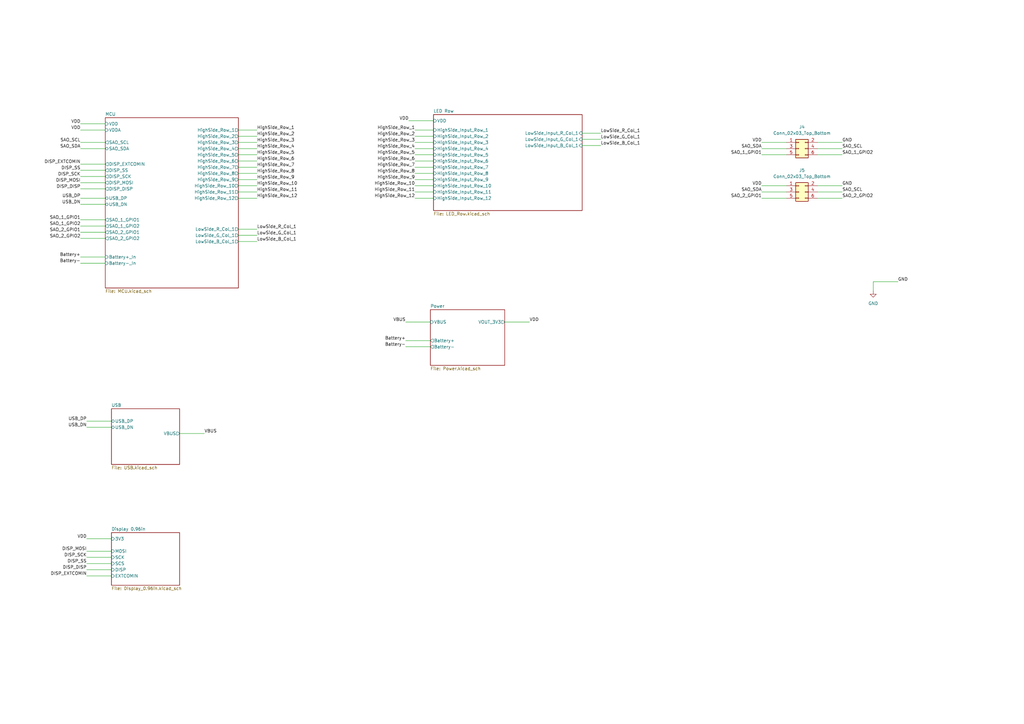
<source format=kicad_sch>
(kicad_sch (version 20230121) (generator eeschema)
  (paper "A3")
  (title_block (title "KiCad 2023 Asia Badge") (date "2023-10-15") (rev "2.1") (company "Beijing Exponential Deep Space") (comment 1 "Licensed under CC By 4.0 http://creativecommons.org/licenses/by/4.0/") (comment 2 "Designed by Yang Hongbo"))
  (lib_symbols
    (symbol "Connector_Generic:Conn_02x03_Odd_Even" (pin_names (offset 1.016) hide)
      (property "Reference" "J" (at 1.27 5.08 0))
      (property "Value" "Conn_02x03_Odd_Even" (at 1.27 -5.08 0))
      (symbol "Conn_02x03_Odd_Even_1_1"
        (rectangle (start -1.27 -2.413) (end 0 -2.667) (stroke (width 0.1524)))
        (rectangle (start -1.27 0.127) (end 0 -0.127) (stroke (width 0.1524)))
        (rectangle (start -1.27 2.667) (end 0 2.413) (stroke (width 0.1524)))
        (rectangle (start -1.27 3.81) (end 3.81 -3.81) (stroke (width 0.254)) (fill (type background)))
        (rectangle (start 3.81 -2.413) (end 2.54 -2.667) (stroke (width 0.1524)))
        (rectangle (start 3.81 0.127) (end 2.54 -0.127) (stroke (width 0.1524)))
        (rectangle (start 3.81 2.667) (end 2.54 2.413) (stroke (width 0.1524)))
        (pin passive line (at -5.08 2.54 0) (length 3.81) (name "Pin_1") (number "1"))
        (pin passive line (at 7.62 2.54 180) (length 3.81) (name "Pin_2") (number "2"))
        (pin passive line (at -5.08 0 0) (length 3.81) (name "Pin_3") (number "3"))
        (pin passive line (at 7.62 0 180) (length 3.81) (name "Pin_4") (number "4"))
        (pin passive line (at -5.08 -2.54 0) (length 3.81) (name "Pin_5") (number "5"))
        (pin passive line (at 7.62 -2.54 180) (length 3.81) (name "Pin_6") (number "6"))
      )
    )
    (symbol "power:GND" (power) (pin_names (offset 0))
      (property "Value" "GND" (at 0 -3.81 0))
      (symbol "GND_0_1"
        (polyline (pts (xy 0 0) (xy 0 -1.27) (xy 1.27 -1.27) (xy 0 -2.54) (xy -1.27 -1.27) (xy 0 -1.27)))
      )
      (symbol "GND_1_1"
        (pin power_in line (at 0 0 270) (length 0) hide (name "GND") (number "1"))
      )
    )
  )
  (wire (pts (xy 43.18 90.17) (xy 33.02 90.17)))
  (wire (pts (xy 97.79 76.2) (xy 105.41 76.2)))
  (wire (pts (xy 43.18 105.41) (xy 33.02 105.41)))
  (wire (pts (xy 97.79 99.06) (xy 105.41 99.06)))
  (wire (pts (xy 322.58 78.74) (xy 312.42 78.74)))
  (wire (pts (xy 97.79 66.04) (xy 105.41 66.04)))
  (wire (pts (xy 43.18 53.34) (xy 33.02 53.34)))
  (wire (pts (xy 43.18 92.71) (xy 33.02 92.71)))
  (wire (pts (xy 322.58 81.28) (xy 312.42 81.28)))
  (wire (pts (xy 45.72 220.98) (xy 35.56 220.98)))
  (wire (pts (xy 97.79 55.88) (xy 105.41 55.88)))
  (wire (pts (xy 43.18 81.28) (xy 33.02 81.28)))
  (wire (pts (xy 177.8 78.74) (xy 170.18 78.74)))
  (wire (pts (xy 45.72 175.26) (xy 35.56 175.26)))
  (wire (pts (xy 176.53 142.24) (xy 166.37 142.24)))
  (wire (pts (xy 43.18 97.79) (xy 33.02 97.79)))
  (wire (pts (xy 322.58 63.5) (xy 312.42 63.5)))
  (wire (pts (xy 238.76 54.61) (xy 246.38 54.61)))
  (wire (pts (xy 97.79 58.42) (xy 105.41 58.42)))
  (wire (pts (xy 335.28 81.28) (xy 345.44 81.28)))
  (wire (pts (xy 97.79 71.12) (xy 105.41 71.12)))
  (wire (pts (xy 177.8 76.2) (xy 170.18 76.2)))
  (wire (pts (xy 97.79 60.96) (xy 105.41 60.96)))
  (wire (pts (xy 322.58 58.42) (xy 312.42 58.42)))
  (wire (pts (xy 43.18 67.31) (xy 33.02 67.31)))
  (wire (pts (xy 177.8 81.28) (xy 170.18 81.28)))
  (wire (pts (xy 45.72 236.22) (xy 35.56 236.22)))
  (wire (pts (xy 43.18 77.47) (xy 33.02 77.47)))
  (wire (pts (xy 97.79 73.66) (xy 105.41 73.66)))
  (wire (pts (xy 335.28 63.5) (xy 345.44 63.5)))
  (wire (pts (xy 322.58 76.2) (xy 312.42 76.2)))
  (wire (pts (xy 166.37 132.08) (xy 176.53 132.08)))
  (wire (pts (xy 358.14 115.57) (xy 358.14 119.38)))
  (wire (pts (xy 207.01 132.08) (xy 217.17 132.08)))
  (wire (pts (xy 97.79 81.28) (xy 105.41 81.28)))
  (wire (pts (xy 43.18 69.85) (xy 33.02 69.85)))
  (wire (pts (xy 45.72 233.68) (xy 35.56 233.68)))
  (wire (pts (xy 43.18 74.93) (xy 33.02 74.93)))
  (wire (pts (xy 335.28 78.74) (xy 345.44 78.74)))
  (wire (pts (xy 43.18 107.95) (xy 33.02 107.95)))
  (wire (pts (xy 177.8 58.42) (xy 170.18 58.42)))
  (wire (pts (xy 335.28 60.96) (xy 345.44 60.96)))
  (wire (pts (xy 176.53 139.7) (xy 166.37 139.7)))
  (wire (pts (xy 43.18 72.39) (xy 33.02 72.39)))
  (wire (pts (xy 177.8 49.53) (xy 167.64 49.53)))
  (wire (pts (xy 335.28 76.2) (xy 345.44 76.2)))
  (wire (pts (xy 45.72 172.72) (xy 35.56 172.72)))
  (wire (pts (xy 43.18 60.96) (xy 33.02 60.96)))
  (wire (pts (xy 43.18 50.8) (xy 33.02 50.8)))
  (wire (pts (xy 45.72 231.14) (xy 35.56 231.14)))
  (wire (pts (xy 177.8 66.04) (xy 170.18 66.04)))
  (wire (pts (xy 322.58 60.96) (xy 312.42 60.96)))
  (wire (pts (xy 83.82 177.8) (xy 73.66 177.8)))
  (wire (pts (xy 43.18 83.82) (xy 33.02 83.82)))
  (wire (pts (xy 97.79 78.74) (xy 105.41 78.74)))
  (wire (pts (xy 177.8 71.12) (xy 170.18 71.12)))
  (wire (pts (xy 238.76 59.69) (xy 246.38 59.69)))
  (wire (pts (xy 177.8 60.96) (xy 170.18 60.96)))
  (wire (pts (xy 45.72 226.06) (xy 35.56 226.06)))
  (wire (pts (xy 97.79 53.34) (xy 105.41 53.34)))
  (wire (pts (xy 97.79 93.98) (xy 105.41 93.98)))
  (wire (pts (xy 177.8 63.5) (xy 170.18 63.5)))
  (wire (pts (xy 97.79 96.52) (xy 105.41 96.52)))
  (wire (pts (xy 335.28 58.42) (xy 345.44 58.42)))
  (wire (pts (xy 177.8 68.58) (xy 170.18 68.58)))
  (wire (pts (xy 177.8 73.66) (xy 170.18 73.66)))
  (wire (pts (xy 358.14 115.57) (xy 368.3 115.57)))
  (wire (pts (xy 97.79 68.58) (xy 105.41 68.58)))
  (wire (pts (xy 238.76 57.15) (xy 246.38 57.15)))
  (wire (pts (xy 43.18 95.25) (xy 33.02 95.25)))
  (wire (pts (xy 177.8 55.88) (xy 170.18 55.88)))
  (wire (pts (xy 177.8 53.34) (xy 170.18 53.34)))
  (wire (pts (xy 43.18 58.42) (xy 33.02 58.42)))
  (wire (pts (xy 97.79 63.5) (xy 105.41 63.5)))
  (wire (pts (xy 45.72 228.6) (xy 35.56 228.6)))
  (label "USB_DP" (at 33.02 81.28 180))
  (label "LowSide_R_Col_1" (at 246.38 54.61 0))
  (label "USB_DN" (at 35.56 175.26 180))
  (label "DISP_EXTCOMIN" (at 35.56 236.22 180))
  (label "VBUS" (at 166.37 132.08 180))
  (label "DISP_SCK" (at 33.02 72.39 180))
  (label "GND" (at 345.44 76.2 0))
  (label "VBUS" (at 83.82 177.8 0))
  (label "SAO_2_GPIO2" (at 345.44 81.28 0))
  (label "SAO_1_GPIO2" (at 33.02 92.71 180))
  (label "SAO_2_GPIO2" (at 33.02 97.79 180))
  (label "USB_DP" (at 35.56 172.72 180))
  (label "HighSide_Row_11" (at 105.41 78.74 0))
  (label "VDD" (at 312.42 76.2 180))
  (label "LowSide_G_Col_1" (at 105.41 96.52 0))
  (label "SAO_2_GPIO1" (at 33.02 95.25 180))
  (label "HighSide_Row_7" (at 105.41 68.58 0))
  (label "DISP_DISP" (at 35.56 233.68 180))
  (label "SAO_SDA" (at 312.42 60.96 180))
  (label "HighSide_Row_10" (at 170.18 76.2 180))
  (label "HighSide_Row_4" (at 105.41 60.96 0))
  (label "Battery+" (at 33.02 105.41 180))
  (label "HighSide_Row_4" (at 170.18 60.96 180))
  (label "GND" (at 368.3 115.57 0))
  (label "HighSide_Row_12" (at 170.18 81.28 180))
  (label "HighSide_Row_3" (at 105.41 58.42 0))
  (label "VDD" (at 33.02 50.8 180))
  (label "VDD" (at 33.02 53.34 180))
  (label "Battery-" (at 33.02 107.95 180))
  (label "HighSide_Row_11" (at 170.18 78.74 180))
  (label "VDD" (at 167.64 49.53 180))
  (label "DISP_SCK" (at 35.56 228.6 180))
  (label "SAO_1_GPIO2" (at 345.44 63.5 0))
  (label "SAO_SDA" (at 312.42 78.74 180))
  (label "DISP_MOSI" (at 33.02 74.93 180))
  (label "LowSide_B_Col_1" (at 246.38 59.69 0))
  (label "HighSide_Row_2" (at 170.18 55.88 180))
  (label "SAO_SCL" (at 345.44 60.96 0))
  (label "SAO_1_GPIO1" (at 33.02 90.17 180))
  (label "HighSide_Row_1" (at 170.18 53.34 180))
  (label "DISP_EXTCOMIN" (at 33.02 67.31 180))
  (label "VDD" (at 35.56 220.98 180))
  (label "SAO_SCL" (at 33.02 58.42 180))
  (label "HighSide_Row_9" (at 170.18 73.66 180))
  (label "LowSide_B_Col_1" (at 105.41 99.06 0))
  (label "LowSide_G_Col_1" (at 246.38 57.15 0))
  (label "SAO_2_GPIO1" (at 312.42 81.28 180))
  (label "HighSide_Row_10" (at 105.41 76.2 0))
  (label "DISP_SS" (at 33.02 69.85 180))
  (label "SAO_1_GPIO1" (at 312.42 63.5 180))
  (label "USB_DN" (at 33.02 83.82 180))
  (label "Battery+" (at 166.37 139.7 180))
  (label "HighSide_Row_2" (at 105.41 55.88 0))
  (label "DISP_DISP" (at 33.02 77.47 180))
  (label "LowSide_R_Col_1" (at 105.41 93.98 0))
  (label "VDD" (at 312.42 58.42 180))
  (label "HighSide_Row_5" (at 105.41 63.5 0))
  (label "VDD" (at 217.17 132.08 0))
  (label "DISP_MOSI" (at 35.56 226.06 180))
  (label "HighSide_Row_8" (at 170.18 71.12 180))
  (label "HighSide_Row_5" (at 170.18 63.5 180))
  (label "DISP_SS" (at 35.56 231.14 180))
  (label "HighSide_Row_7" (at 170.18 68.58 180))
  (label "HighSide_Row_3" (at 170.18 58.42 180))
  (label "HighSide_Row_6" (at 105.41 66.04 0))
  (label "Battery-" (at 166.37 142.24 180))
  (label "GND" (at 345.44 58.42 0))
  (label "HighSide_Row_6" (at 170.18 66.04 180))
  (label "HighSide_Row_12" (at 105.41 81.28 0))
  (label "HighSide_Row_8" (at 105.41 71.12 0))
  (label "HighSide_Row_9" (at 105.41 73.66 0))
  (label "SAO_SCL" (at 345.44 78.74 0))
  (label "SAO_SDA" (at 33.02 60.96 180))
  (label "HighSide_Row_1" (at 105.41 53.34 0))
  (symbol (lib_id "Connector_Generic:Conn_02x03_Odd_Even") (at 327.66 78.74 0) (unit 1)
    (property "Reference" "J5" (at 328.93 69.85 0))
    (property "Value" "Conn_02x03_Top_Bottom" (at 328.93 72.39 0))
    (property "Footprint" "Connector_PinSocket_2.54mm:PinSocket_2x03_P2.54mm_Vertical" (effects hide))
  )
  (symbol (lib_id "Connector_Generic:Conn_02x03_Odd_Even") (at 327.66 60.96 0) (unit 1)
    (property "Reference" "J4" (at 328.93 52.07 0))
    (property "Value" "Conn_02x03_Top_Bottom" (at 328.93 54.61 0))
    (property "Footprint" "Connector_PinSocket_2.54mm:PinSocket_2x03_P2.54mm_Vertical" (effects hide))
  )
  (symbol (lib_id "power:GND") (at 358.14 119.38 0) (unit 1)
    (property "Reference" "#PWR040" (effects hide))
    (property "Value" "GND" (at 358.14 124.46 0))
  )
  (sheet (at 177.8 46.99) (size 60.96 39.37) (stroke (width 0.1524))
    (property "Sheetname" "LED Row" (at 177.8 46.2784 0) (effects (justify left bottom)))
    (property "Sheetfile" "LED_Row.kicad_sch" (at 177.8 86.9446 0) (effects (justify left top)))
    (pin "VDD" input (at 177.8 49.53 180))
    (pin "HighSide_Input_Row_4" input (at 177.8 60.96 180))
    (pin "HighSide_Input_Row_3" input (at 177.8 58.42 180))
    (pin "HighSide_Input_Row_2" input (at 177.8 55.88 180))
    (pin "HighSide_Input_Row_1" input (at 177.8 53.34 180))
    (pin "LowSide_Input_G_Col_1" input (at 238.76 57.15 0))
    (pin "LowSide_Input_B_Col_1" input (at 238.76 59.69 0))
    (pin "LowSide_Input_R_Col_1" input (at 238.76 54.61 0))
    (pin "HighSide_Input_Row_6" input (at 177.8 66.04 180))
    (pin "HighSide_Input_Row_5" input (at 177.8 63.5 180))
    (pin "HighSide_Input_Row_11" input (at 177.8 78.74 180))
    (pin "HighSide_Input_Row_7" input (at 177.8 68.58 180))
    (pin "HighSide_Input_Row_8" input (at 177.8 71.12 180))
    (pin "HighSide_Input_Row_9" input (at 177.8 73.66 180))
    (pin "HighSide_Input_Row_10" input (at 177.8 76.2 180))
    (pin "HighSide_Input_Row_12" input (at 177.8 81.28 180))
  )
  (sheet (at 45.72 218.44) (size 27.94 21.59) (stroke (width 0.1524))
    (property "Sheetname" "Display 0.96in" (at 45.72 217.7284 0) (effects (justify left bottom)))
    (property "Sheetfile" "Display_0.96in.kicad_sch" (at 45.72 240.6146 0) (effects (justify left top)))
    (pin "DISP" input (at 45.72 233.68 180))
    (pin "SCK" input (at 45.72 228.6 180))
    (pin "3V3" input (at 45.72 220.98 180))
    (pin "MOSI" input (at 45.72 226.06 180))
    (pin "EXTCOMIN" input (at 45.72 236.22 180))
    (pin "SCS" input (at 45.72 231.14 180))
  )
  (sheet (at 45.72 167.64) (size 27.94 22.86) (stroke (width 0.1524))
    (property "Sheetname" "USB" (at 45.72 166.9284 0) (effects (justify left bottom)))
    (property "Sheetfile" "USB.kicad_sch" (at 45.72 191.0846 0) (effects (justify left top)))
    (pin "USB_DP" bidirectional (at 45.72 172.72 180))
    (pin "VBUS" output (at 73.66 177.8 0))
    (pin "USB_DN" bidirectional (at 45.72 175.26 180))
  )
  (sheet (at 43.18 48.26) (size 54.61 69.85) (stroke (width 0.1524))
    (property "Sheetname" "MCU" (at 43.18 47.5484 0) (effects (justify left bottom)))
    (property "Sheetfile" "MCU.kicad_sch" (at 43.18 118.6946 0) (effects (justify left top)))
    (pin "VDD" input (at 43.18 50.8 180))
    (pin "DISP_SCK" output (at 43.18 72.39 180))
    (pin "USB_DP" bidirectional (at 43.18 81.28 180))
    (pin "USB_DN" bidirectional (at 43.18 83.82 180))
    (pin "SAO_1_GPIO1" output (at 43.18 90.17 180))
    (pin "SAO_1_GPIO2" output (at 43.18 92.71 180))
    (pin "SAO_2_GPIO1" output (at 43.18 95.25 180))
    (pin "SAO_2_GPIO2" output (at 43.18 97.79 180))
    (pin "DISP_MOSI" output (at 43.18 74.93 180))
    (pin "DISP_DISP" output (at 43.18 77.47 180))
    (pin "VDDA" input (at 43.18 53.34 180))
    (pin "HighSide_Row_5" output (at 97.79 63.5 0))
    (pin "HighSide_Row_2" output (at 97.79 55.88 0))
    (pin "HighSide_Row_6" output (at 97.79 66.04 0))
    (pin "HighSide_Row_4" output (at 97.79 60.96 0))
    (pin "HighSide_Row_3" output (at 97.79 58.42 0))
    (pin "HighSide_Row_7" output (at 97.79 68.58 0))
    (pin "HighSide_Row_1" output (at 97.79 53.34 0))
    (pin "HighSide_Row_11" output (at 97.79 78.74 0))
    (pin "HighSide_Row_8" output (at 97.79 71.12 0))
    (pin "HighSide_Row_9" output (at 97.79 73.66 0))
    (pin "HighSide_Row_10" output (at 97.79 76.2 0))
    (pin "HighSide_Row_12" output (at 97.79 81.28 0))
    (pin "LowSide_B_Col_1" output (at 97.79 99.06 0))
    (pin "LowSide_R_Col_1" output (at 97.79 93.98 0))
    (pin "LowSide_G_Col_1" output (at 97.79 96.52 0))
    (pin "SAO_SCL" output (at 43.18 58.42 180))
    (pin "SAO_SDA" bidirectional (at 43.18 60.96 180))
    (pin "DISP_EXTCOMIN" output (at 43.18 67.31 180))
    (pin "DISP_SS" output (at 43.18 69.85 180))
    (pin "Battery+_In" input (at 43.18 105.41 180))
    (pin "Battery-_In" input (at 43.18 107.95 180))
  )
  (sheet (at 176.53 127) (size 30.48 22.86) (stroke (width 0.1524))
    (property "Sheetname" "Power" (at 176.53 126.2884 0) (effects (justify left bottom)))
    (property "Sheetfile" "Power.kicad_sch" (at 176.53 150.4446 0) (effects (justify left top)))
    (pin "VBUS" input (at 176.53 132.08 180))
    (pin "VOUT_3V3" output (at 207.01 132.08 0))
    (pin "Battery-" output (at 176.53 142.24 180))
    (pin "Battery+" output (at 176.53 139.7 180))
  )
)
</source>
